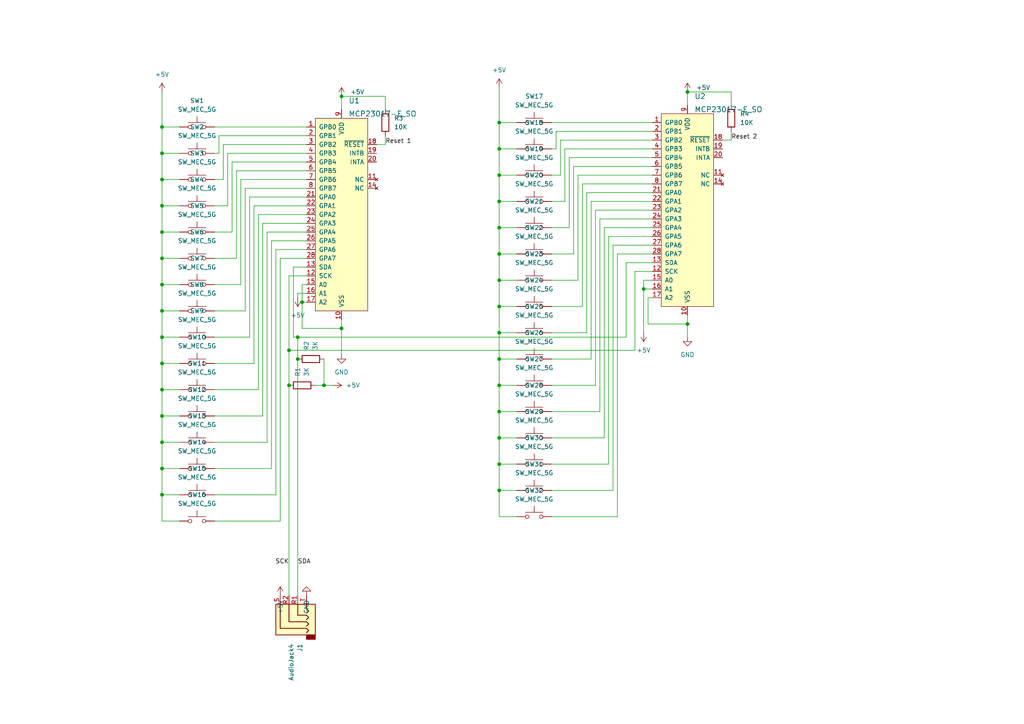
<source format=kicad_sch>
(kicad_sch (version 20211123) (generator eeschema)
  (paper "A4")
  (lib_symbols
    (symbol "Connector:AudioJack4"
      (property "Reference" "J" (at 0 8.89 0))
      (property "Value" "AudioJack4" (at 0 6.35 0))
      (symbol "AudioJack4_0_1"
        (rectangle (start -6.35 -5.08) (end -7.62 -7.62) (stroke (width 0.254)) (fill (type outline)))
        (polyline (pts (xy 0 -5.08) (xy 0.635 -5.715) (xy 1.27 -5.08) (xy 2.54 -5.08)) (stroke (width 0.254)))
        (polyline (pts (xy -5.715 -5.08) (xy -5.08 -5.715) (xy -4.445 -5.08) (xy -4.445 2.54) (xy 2.54 2.54)) (stroke (width 0.254)))
        (polyline (pts (xy -1.905 -5.08) (xy -1.27 -5.715) (xy -0.635 -5.08) (xy -0.635 -2.54) (xy 2.54 -2.54)) (stroke (width 0.254)))
        (polyline (pts (xy 2.54 0) (xy -2.54 0) (xy -2.54 -5.08) (xy -3.175 -5.715) (xy -3.81 -5.08)) (stroke (width 0.254)))
        (rectangle (start 2.54 3.81) (end -6.35 -7.62) (stroke (width 0.254)) (fill (type background)))
      )
      (symbol "AudioJack4_1_1"
        (pin passive line (at 5.08 -2.54 180) (length 2.54) (name "~") (number "R1"))
        (pin passive line (at 5.08 0 180) (length 2.54) (name "~") (number "R2"))
        (pin passive line (at 5.08 2.54 180) (length 2.54) (name "~") (number "S"))
        (pin passive line (at 5.08 -5.08 180) (length 2.54) (name "~") (number "T"))
      )
    )
    (symbol "Device:R" (pin_numbers hide) (pin_names (offset 0))
      (property "Reference" "R" (at 2.032 0 90))
      (property "Value" "R" (at 0 0 90))
      (symbol "R_0_1"
        (rectangle (start -1.016 -2.54) (end 1.016 2.54) (stroke (width 0.254)))
      )
      (symbol "R_1_1"
        (pin passive line (at 0 3.81 270) (length 1.27) (name "~") (number "1"))
        (pin passive line (at 0 -3.81 90) (length 1.27) (name "~") (number "2"))
      )
    )
    (symbol "Switch:SW_Push" (pin_numbers hide) (pin_names (offset 1.016) hide)
      (property "Reference" "SW" (at 1.27 2.54 0))
      (property "Value" "SW_Push" (at 0 -1.524 0))
      (symbol "SW_Push_0_1"
        (circle (center -2.032 0) (radius 0.508))
        (polyline (pts (xy 0 1.27) (xy 0 3.048)))
        (polyline (pts (xy 2.54 1.27) (xy -2.54 1.27)))
        (circle (center 2.032 0) (radius 0.508))
        (pin passive line (at -5.08 0 0) (length 2.54) (name "1") (number "1"))
        (pin passive line (at 5.08 0 180) (length 2.54) (name "2") (number "2"))
      )
    )
    (symbol "dk_Interface-I-O-Expanders:MCP23017-E_SO" (pin_names (offset 1.016))
      (property "Reference" "U" (at -2.54 19.05 0))
      (property "Value" "MCP23017-E_SO" (at 2.54 -27.94 90))
      (symbol "MCP23017-E_SO_0_1"
        (rectangle (start -5.08 17.78) (end 10.16 -38.1) (fill (type background)))
      )
      (symbol "MCP23017-E_SO_1_1"
        (pin bidirectional line (at -7.62 15.24 0) (length 2.54) (name "GPB0") (number "1"))
        (pin power_in line (at 2.54 -40.64 90) (length 2.54) (name "VSS") (number "10"))
        (pin no_connect line (at 12.7 0 180) (length 2.54) (name "NC") (number "11"))
        (pin input line (at -7.62 -27.94 0) (length 2.54) (name "SCK") (number "12"))
        (pin bidirectional line (at -7.62 -25.4 0) (length 2.54) (name "SDA") (number "13"))
        (pin no_connect line (at 12.7 -2.54 180) (length 2.54) (name "NC") (number "14"))
        (pin input line (at -7.62 -30.48 0) (length 2.54) (name "A0") (number "15"))
        (pin input line (at -7.62 -33.02 0) (length 2.54) (name "A1") (number "16"))
        (pin input line (at -7.62 -35.56 0) (length 2.54) (name "A2") (number "17"))
        (pin output line (at 12.7 10.16 180) (length 2.54) (name "~{RESET}") (number "18"))
        (pin output line (at 12.7 7.62 180) (length 2.54) (name "INTB") (number "19"))
        (pin bidirectional line (at -7.62 12.7 0) (length 2.54) (name "GPB1") (number "2"))
        (pin output line (at 12.7 5.08 180) (length 2.54) (name "INTA") (number "20"))
        (pin bidirectional line (at -7.62 -5.08 0) (length 2.54) (name "GPA0") (number "21"))
        (pin bidirectional line (at -7.62 -7.62 0) (length 2.54) (name "GPA1") (number "22"))
        (pin bidirectional line (at -7.62 -10.16 0) (length 2.54) (name "GPA2") (number "23"))
        (pin bidirectional line (at -7.62 -12.7 0) (length 2.54) (name "GPA3") (number "24"))
        (pin bidirectional line (at -7.62 -15.24 0) (length 2.54) (name "GPA4") (number "25"))
        (pin bidirectional line (at -7.62 -17.78 0) (length 2.54) (name "GPA5") (number "26"))
        (pin bidirectional line (at -7.62 -20.32 0) (length 2.54) (name "GPA6") (number "27"))
        (pin bidirectional line (at -7.62 -22.86 0) (length 2.54) (name "GPA7") (number "28"))
        (pin bidirectional line (at -7.62 10.16 0) (length 2.54) (name "GPB2") (number "3"))
        (pin bidirectional line (at -7.62 7.62 0) (length 2.54) (name "GPB3") (number "4"))
        (pin bidirectional line (at -7.62 5.08 0) (length 2.54) (name "GPB4") (number "5"))
        (pin bidirectional line (at -7.62 2.54 0) (length 2.54) (name "GPB5") (number "6"))
        (pin bidirectional line (at -7.62 0 0) (length 2.54) (name "GPB6") (number "7"))
        (pin bidirectional line (at -7.62 -2.54 0) (length 2.54) (name "GPB7") (number "8"))
        (pin power_in line (at 2.54 20.32 270) (length 2.54) (name "VDD") (number "9"))
      )
    )
    (symbol "power:+5V" (power) (pin_names (offset 0))
      (property "Value" "+5V" (at 0 3.556 0))
      (symbol "+5V_0_1"
        (polyline (pts (xy -0.762 1.27) (xy 0 2.54)))
        (polyline (pts (xy 0 0) (xy 0 2.54)))
        (polyline (pts (xy 0 2.54) (xy 0.762 1.27)))
      )
      (symbol "+5V_1_1"
        (pin power_in line (at 0 0 90) (length 0) hide (name "+5V") (number "1"))
      )
    )
    (symbol "power:GND" (power) (pin_names (offset 0))
      (property "Value" "GND" (at 0 -3.81 0))
      (symbol "GND_0_1"
        (polyline (pts (xy 0 0) (xy 0 -1.27) (xy 1.27 -1.27) (xy 0 -2.54) (xy -1.27 -1.27) (xy 0 -1.27)))
      )
      (symbol "GND_1_1"
        (pin power_in line (at 0 0 270) (length 0) hide (name "GND") (number "1"))
      )
    )
  )
  (junction (at 144.78 104.14))
  (junction (at 46.99 67.31))
  (junction (at 144.78 43.18))
  (junction (at 144.78 134.62))
  (junction (at 46.99 143.51))
  (junction (at 199.39 26.67))
  (junction (at 46.99 105.41))
  (junction (at 144.78 35.56))
  (junction (at 144.78 96.52))
  (junction (at 46.99 74.93))
  (junction (at 86.36 104.14))
  (junction (at 46.99 135.89))
  (junction (at 144.78 58.42))
  (junction (at 93.98 111.76))
  (junction (at 144.78 66.04))
  (junction (at 83.82 101.6))
  (junction (at 83.82 111.76))
  (junction (at 46.99 128.27))
  (junction (at 144.78 50.8))
  (junction (at 144.78 88.9))
  (junction (at 46.99 90.17))
  (junction (at 186.69 83.82))
  (junction (at 99.06 27.94))
  (junction (at 144.78 81.28))
  (junction (at 46.99 44.45))
  (junction (at 46.99 59.69))
  (junction (at 46.99 97.79))
  (junction (at 144.78 73.66))
  (junction (at 144.78 119.38))
  (junction (at 46.99 36.83))
  (junction (at 46.99 52.07))
  (junction (at 144.78 111.76))
  (junction (at 86.36 97.79))
  (junction (at 144.78 127))
  (junction (at 46.99 113.03))
  (junction (at 46.99 120.65))
  (junction (at 99.06 95.25))
  (junction (at 87.63 87.63))
  (junction (at 46.99 82.55))
  (junction (at 199.39 93.98))
  (junction (at 144.78 142.24))
  (wire (pts (xy 212.09 30.48) (xy 212.09 26.67)))
  (wire (pts (xy 77.47 67.31) (xy 88.9 67.31)))
  (wire (pts (xy 144.78 58.42) (xy 144.78 66.04)))
  (wire (pts (xy 163.83 43.18) (xy 189.23 43.18)))
  (wire (pts (xy 181.61 76.2) (xy 181.61 97.79)))
  (wire (pts (xy 69.85 52.07) (xy 69.85 82.55)))
  (wire (pts (xy 144.78 88.9) (xy 149.86 88.9)))
  (wire (pts (xy 46.99 67.31) (xy 46.99 74.93)))
  (wire (pts (xy 46.99 44.45) (xy 52.07 44.45)))
  (wire (pts (xy 68.58 74.93) (xy 68.58 49.53)))
  (wire (pts (xy 144.78 142.24) (xy 144.78 149.86)))
  (wire (pts (xy 46.99 44.45) (xy 46.99 52.07)))
  (wire (pts (xy 46.99 74.93) (xy 46.99 82.55)))
  (wire (pts (xy 144.78 134.62) (xy 149.86 134.62)))
  (wire (pts (xy 144.78 142.24) (xy 149.86 142.24)))
  (wire (pts (xy 144.78 58.42) (xy 149.86 58.42)))
  (wire (pts (xy 160.02 127) (xy 175.26 127)))
  (wire (pts (xy 46.99 105.41) (xy 52.07 105.41)))
  (wire (pts (xy 173.99 119.38) (xy 160.02 119.38)))
  (wire (pts (xy 62.23 143.51) (xy 80.01 143.51)))
  (wire (pts (xy 78.74 69.85) (xy 78.74 135.89)))
  (wire (pts (xy 171.45 104.14) (xy 171.45 58.42)))
  (wire (pts (xy 46.99 97.79) (xy 52.07 97.79)))
  (wire (pts (xy 144.78 81.28) (xy 144.78 88.9)))
  (wire (pts (xy 144.78 66.04) (xy 149.86 66.04)))
  (wire (pts (xy 172.72 60.96) (xy 189.23 60.96)))
  (wire (pts (xy 163.83 58.42) (xy 163.83 43.18)))
  (wire (pts (xy 46.99 36.83) (xy 52.07 36.83)))
  (wire (pts (xy 69.85 52.07) (xy 88.9 52.07)))
  (wire (pts (xy 165.1 66.04) (xy 160.02 66.04)))
  (wire (pts (xy 144.78 35.56) (xy 144.78 43.18)))
  (wire (pts (xy 160.02 111.76) (xy 172.72 111.76)))
  (wire (pts (xy 160.02 73.66) (xy 166.37 73.66)))
  (wire (pts (xy 46.99 128.27) (xy 52.07 128.27)))
  (wire (pts (xy 83.82 101.6) (xy 184.15 101.6)))
  (wire (pts (xy 85.09 97.79) (xy 85.09 77.47)))
  (wire (pts (xy 81.28 74.93) (xy 81.28 151.13)))
  (wire (pts (xy 189.23 63.5) (xy 173.99 63.5)))
  (wire (pts (xy 167.64 50.8) (xy 189.23 50.8)))
  (wire (pts (xy 74.93 113.03) (xy 74.93 62.23)))
  (wire (pts (xy 165.1 45.72) (xy 189.23 45.72)))
  (wire (pts (xy 62.23 36.83) (xy 88.9 36.83)))
  (wire (pts (xy 86.36 97.79) (xy 86.36 104.14)))
  (wire (pts (xy 93.98 104.14) (xy 93.98 111.76)))
  (wire (pts (xy 46.99 67.31) (xy 52.07 67.31)))
  (wire (pts (xy 160.02 104.14) (xy 171.45 104.14)))
  (wire (pts (xy 46.99 74.93) (xy 52.07 74.93)))
  (wire (pts (xy 176.53 68.58) (xy 176.53 134.62)))
  (wire (pts (xy 187.96 93.98) (xy 199.39 93.98)))
  (wire (pts (xy 189.23 73.66) (xy 179.07 73.66)))
  (wire (pts (xy 88.9 85.09) (xy 86.36 85.09)))
  (wire (pts (xy 160.02 142.24) (xy 177.8 142.24)))
  (wire (pts (xy 46.99 143.51) (xy 52.07 143.51)))
  (wire (pts (xy 171.45 58.42) (xy 189.23 58.42)))
  (wire (pts (xy 46.99 151.13) (xy 52.07 151.13)))
  (wire (pts (xy 99.06 27.94) (xy 99.06 31.75)))
  (wire (pts (xy 170.18 55.88) (xy 170.18 96.52)))
  (wire (pts (xy 46.99 26.67) (xy 46.99 36.83)))
  (wire (pts (xy 177.8 71.12) (xy 177.8 142.24)))
  (wire (pts (xy 144.78 25.4) (xy 144.78 35.56)))
  (wire (pts (xy 111.76 27.94) (xy 99.06 27.94)))
  (wire (pts (xy 144.78 119.38) (xy 149.86 119.38)))
  (wire (pts (xy 62.23 90.17) (xy 71.12 90.17)))
  (wire (pts (xy 46.99 90.17) (xy 52.07 90.17)))
  (wire (pts (xy 93.98 111.76) (xy 96.52 111.76)))
  (wire (pts (xy 46.99 52.07) (xy 46.99 59.69)))
  (wire (pts (xy 144.78 127) (xy 144.78 134.62)))
  (wire (pts (xy 46.99 135.89) (xy 52.07 135.89)))
  (wire (pts (xy 76.2 120.65) (xy 62.23 120.65)))
  (wire (pts (xy 66.04 59.69) (xy 66.04 44.45)))
  (wire (pts (xy 83.82 111.76) (xy 83.82 172.72)))
  (wire (pts (xy 62.23 44.45) (xy 63.5 44.45)))
  (wire (pts (xy 199.39 91.44) (xy 199.39 93.98)))
  (wire (pts (xy 88.9 64.77) (xy 76.2 64.77)))
  (wire (pts (xy 170.18 55.88) (xy 189.23 55.88)))
  (wire (pts (xy 181.61 97.79) (xy 86.36 97.79)))
  (wire (pts (xy 177.8 71.12) (xy 189.23 71.12)))
  (wire (pts (xy 46.99 128.27) (xy 46.99 135.89)))
  (wire (pts (xy 46.99 59.69) (xy 46.99 67.31)))
  (wire (pts (xy 87.63 87.63) (xy 88.9 87.63)))
  (wire (pts (xy 46.99 120.65) (xy 46.99 128.27)))
  (wire (pts (xy 52.07 82.55) (xy 46.99 82.55)))
  (wire (pts (xy 62.23 128.27) (xy 77.47 128.27)))
  (wire (pts (xy 72.39 97.79) (xy 62.23 97.79)))
  (wire (pts (xy 144.78 104.14) (xy 144.78 111.76)))
  (wire (pts (xy 144.78 111.76) (xy 144.78 119.38)))
  (wire (pts (xy 46.99 135.89) (xy 46.99 143.51)))
  (wire (pts (xy 46.99 36.83) (xy 46.99 44.45)))
  (wire (pts (xy 80.01 72.39) (xy 88.9 72.39)))
  (wire (pts (xy 144.78 88.9) (xy 144.78 96.52)))
  (wire (pts (xy 63.5 39.37) (xy 88.9 39.37)))
  (wire (pts (xy 68.58 49.53) (xy 88.9 49.53)))
  (wire (pts (xy 144.78 149.86) (xy 149.86 149.86)))
  (wire (pts (xy 186.69 83.82) (xy 189.23 83.82)))
  (wire (pts (xy 170.18 96.52) (xy 160.02 96.52)))
  (wire (pts (xy 46.99 143.51) (xy 46.99 151.13)))
  (wire (pts (xy 46.99 113.03) (xy 52.07 113.03)))
  (wire (pts (xy 46.99 97.79) (xy 46.99 105.41)))
  (wire (pts (xy 111.76 39.37) (xy 111.76 41.91)))
  (wire (pts (xy 69.85 82.55) (xy 62.23 82.55)))
  (wire (pts (xy 91.44 111.76) (xy 93.98 111.76)))
  (wire (pts (xy 87.63 87.63) (xy 87.63 95.25)))
  (wire (pts (xy 81.28 151.13) (xy 62.23 151.13)))
  (wire (pts (xy 144.78 127) (xy 149.86 127)))
  (wire (pts (xy 78.74 135.89) (xy 62.23 135.89)))
  (wire (pts (xy 160.02 149.86) (xy 179.07 149.86)))
  (wire (pts (xy 144.78 104.14) (xy 149.86 104.14)))
  (wire (pts (xy 76.2 64.77) (xy 76.2 120.65)))
  (wire (pts (xy 184.15 101.6) (xy 184.15 78.74)))
  (wire (pts (xy 186.69 81.28) (xy 186.69 83.82)))
  (wire (pts (xy 149.86 81.28) (xy 144.78 81.28)))
  (wire (pts (xy 189.23 76.2) (xy 181.61 76.2)))
  (wire (pts (xy 168.91 88.9) (xy 168.91 53.34)))
  (wire (pts (xy 166.37 48.26) (xy 189.23 48.26)))
  (wire (pts (xy 83.82 101.6) (xy 83.82 111.76)))
  (wire (pts (xy 199.39 93.98) (xy 199.39 97.79)))
  (wire (pts (xy 46.99 120.65) (xy 52.07 120.65)))
  (wire (pts (xy 72.39 57.15) (xy 88.9 57.15)))
  (wire (pts (xy 46.99 59.69) (xy 52.07 59.69)))
  (wire (pts (xy 161.29 38.1) (xy 189.23 38.1)))
  (wire (pts (xy 88.9 82.55) (xy 87.63 82.55)))
  (wire (pts (xy 86.36 85.09) (xy 86.36 86.36)))
  (wire (pts (xy 46.99 113.03) (xy 46.99 120.65)))
  (wire (pts (xy 67.31 67.31) (xy 62.23 67.31)))
  (wire (pts (xy 209.55 40.64) (xy 212.09 40.64)))
  (wire (pts (xy 186.69 83.82) (xy 186.69 96.52)))
  (wire (pts (xy 160.02 43.18) (xy 161.29 43.18)))
  (wire (pts (xy 144.78 119.38) (xy 144.78 127)))
  (wire (pts (xy 187.96 86.36) (xy 187.96 93.98)))
  (wire (pts (xy 160.02 88.9) (xy 168.91 88.9)))
  (wire (pts (xy 62.23 74.93) (xy 68.58 74.93)))
  (wire (pts (xy 62.23 113.03) (xy 74.93 113.03)))
  (wire (pts (xy 87.63 95.25) (xy 99.06 95.25)))
  (wire (pts (xy 189.23 68.58) (xy 176.53 68.58)))
  (wire (pts (xy 87.63 82.55) (xy 87.63 87.63)))
  (wire (pts (xy 165.1 45.72) (xy 165.1 66.04)))
  (wire (pts (xy 64.77 41.91) (xy 88.9 41.91)))
  (wire (pts (xy 189.23 81.28) (xy 186.69 81.28)))
  (wire (pts (xy 175.26 66.04) (xy 189.23 66.04)))
  (wire (pts (xy 85.09 97.79) (xy 86.36 97.79)))
  (wire (pts (xy 88.9 74.93) (xy 81.28 74.93)))
  (wire (pts (xy 199.39 26.67) (xy 199.39 30.48)))
  (wire (pts (xy 189.23 86.36) (xy 187.96 86.36)))
  (wire (pts (xy 77.47 128.27) (xy 77.47 67.31)))
  (wire (pts (xy 167.64 50.8) (xy 167.64 81.28)))
  (wire (pts (xy 64.77 41.91) (xy 64.77 52.07)))
  (wire (pts (xy 144.78 111.76) (xy 149.86 111.76)))
  (wire (pts (xy 172.72 111.76) (xy 172.72 60.96)))
  (wire (pts (xy 83.82 80.01) (xy 88.9 80.01)))
  (wire (pts (xy 212.09 26.67) (xy 199.39 26.67)))
  (wire (pts (xy 67.31 46.99) (xy 88.9 46.99)))
  (wire (pts (xy 175.26 127) (xy 175.26 66.04)))
  (wire (pts (xy 71.12 54.61) (xy 88.9 54.61)))
  (wire (pts (xy 46.99 52.07) (xy 52.07 52.07)))
  (wire (pts (xy 168.91 53.34) (xy 189.23 53.34)))
  (wire (pts (xy 80.01 72.39) (xy 80.01 143.51)))
  (wire (pts (xy 144.78 43.18) (xy 144.78 50.8)))
  (wire (pts (xy 72.39 57.15) (xy 72.39 97.79)))
  (wire (pts (xy 189.23 78.74) (xy 184.15 78.74)))
  (wire (pts (xy 46.99 90.17) (xy 46.99 97.79)))
  (wire (pts (xy 144.78 73.66) (xy 144.78 81.28)))
  (wire (pts (xy 162.56 40.64) (xy 162.56 50.8)))
  (wire (pts (xy 62.23 105.41) (xy 73.66 105.41)))
  (wire (pts (xy 46.99 82.55) (xy 46.99 90.17)))
  (wire (pts (xy 66.04 44.45) (xy 88.9 44.45)))
  (wire (pts (xy 111.76 31.75) (xy 111.76 27.94)))
  (wire (pts (xy 144.78 50.8) (xy 144.78 58.42)))
  (wire (pts (xy 161.29 43.18) (xy 161.29 38.1)))
  (wire (pts (xy 62.23 59.69) (xy 66.04 59.69)))
  (wire (pts (xy 144.78 73.66) (xy 149.86 73.66)))
  (wire (pts (xy 99.06 95.25) (xy 99.06 102.87)))
  (wire (pts (xy 167.64 81.28) (xy 160.02 81.28)))
  (wire (pts (xy 88.9 69.85) (xy 78.74 69.85)))
  (wire (pts (xy 144.78 43.18) (xy 149.86 43.18)))
  (wire (pts (xy 173.99 63.5) (xy 173.99 119.38)))
  (wire (pts (xy 85.09 77.47) (xy 88.9 77.47)))
  (wire (pts (xy 46.99 105.41) (xy 46.99 113.03)))
  (wire (pts (xy 83.82 80.01) (xy 83.82 101.6)))
  (wire (pts (xy 160.02 58.42) (xy 163.83 58.42)))
  (wire (pts (xy 162.56 50.8) (xy 160.02 50.8)))
  (wire (pts (xy 86.36 104.14) (xy 86.36 172.72)))
  (wire (pts (xy 162.56 40.64) (xy 189.23 40.64)))
  (wire (pts (xy 166.37 73.66) (xy 166.37 48.26)))
  (wire (pts (xy 212.09 40.64) (xy 212.09 38.1)))
  (wire (pts (xy 71.12 90.17) (xy 71.12 54.61)))
  (wire (pts (xy 144.78 35.56) (xy 149.86 35.56)))
  (wire (pts (xy 144.78 66.04) (xy 144.78 73.66)))
  (wire (pts (xy 176.53 134.62) (xy 160.02 134.62)))
  (wire (pts (xy 179.07 73.66) (xy 179.07 149.86)))
  (wire (pts (xy 144.78 96.52) (xy 144.78 104.14)))
  (wire (pts (xy 144.78 96.52) (xy 149.86 96.52)))
  (wire (pts (xy 144.78 134.62) (xy 144.78 142.24)))
  (wire (pts (xy 160.02 35.56) (xy 189.23 35.56)))
  (wire (pts (xy 99.06 92.71) (xy 99.06 95.25)))
  (wire (pts (xy 144.78 50.8) (xy 149.86 50.8)))
  (wire (pts (xy 73.66 59.69) (xy 88.9 59.69)))
  (wire (pts (xy 74.93 62.23) (xy 88.9 62.23)))
  (wire (pts (xy 73.66 105.41) (xy 73.66 59.69)))
  (wire (pts (xy 64.77 52.07) (xy 62.23 52.07)))
  (wire (pts (xy 111.76 41.91) (xy 109.22 41.91)))
  (wire (pts (xy 67.31 46.99) (xy 67.31 67.31)))
  (wire (pts (xy 63.5 44.45) (xy 63.5 39.37)))
  (label "SCK" (at 83.82 163.83 180))
  (label "Reset 1" (at 111.76 41.91 0))
  (label "Reset 2" (at 212.09 40.64 0))
  (label "SDA" (at 86.36 163.83 0))
  (symbol (lib_id "Switch:SW_Push") (at 154.94 43.18 0) (unit 1)
    (property "Reference" "SW18" (at 154.94 35.56 0))
    (property "Value" "SW_MEC_5G" (at 154.94 38.1 0))
    (property "Footprint" "Switch_Keyboard_Kailh:SW_Kailh_Choc_V1V2_1.00u" (effects hide))
  )
  (symbol (lib_id "Switch:SW_Push") (at 154.94 142.24 0) (unit 1)
    (property "Reference" "SW31" (at 154.94 134.62 0))
    (property "Value" "SW_MEC_5G" (at 154.94 137.16 0))
    (property "Footprint" "Switch_Keyboard_Kailh:SW_Kailh_Choc_V1V2_1.00u" (effects hide))
  )
  (symbol (lib_id "Device:R") (at 87.63 111.76 90) (unit 1)
    (property "Reference" "R1" (at 86.3599 109.22 0) (effects (justify left)))
    (property "Value" "3K" (at 88.8999 109.22 0) (effects (justify left)))
    (property "Footprint" "Resistor_SMD:R_0603_1608Metric_Pad0.98x0.95mm_HandSolder" (effects hide))
  )
  (symbol (lib_id "power:+5V") (at 99.06 27.94 0) (unit 1)
    (property "Reference" "#PWR06" (effects hide))
    (property "Value" "+5V" (at 101.6 26.6699 0) (effects (justify left)))
  )
  (symbol (lib_id "Switch:SW_Push") (at 57.15 36.83 0) (unit 1)
    (property "Reference" "SW1" (at 57.15 29.21 0))
    (property "Value" "SW_MEC_5G" (at 57.15 31.75 0))
    (property "Footprint" "Switch_Keyboard_Kailh:SW_Kailh_Choc_V1V2_1.00u" (effects hide))
  )
  (symbol (lib_id "Switch:SW_Push") (at 57.15 113.03 0) (unit 1)
    (property "Reference" "SW11" (at 57.15 105.41 0))
    (property "Value" "SW_MEC_5G" (at 57.15 107.95 0))
    (property "Footprint" "Switch_Keyboard_Kailh:SW_Kailh_Choc_V1V2_1.00u" (effects hide))
  )
  (symbol (lib_id "Switch:SW_Push") (at 154.94 88.9 0) (unit 1)
    (property "Reference" "SW24" (at 154.94 81.28 0))
    (property "Value" "SW_MEC_5G" (at 154.94 83.82 0))
    (property "Footprint" "Switch_Keyboard_Kailh:SW_Kailh_Choc_V1V2_1.00u" (effects hide))
  )
  (symbol (lib_id "Switch:SW_Push") (at 154.94 81.28 0) (unit 1)
    (property "Reference" "SW23" (at 154.94 73.66 0))
    (property "Value" "SW_MEC_5G" (at 154.94 76.2 0))
    (property "Footprint" "Switch_Keyboard_Kailh:SW_Kailh_Choc_V1V2_1.00u" (effects hide))
  )
  (symbol (lib_id "Switch:SW_Push") (at 154.94 35.56 0) (unit 1)
    (property "Reference" "SW17" (at 154.94 27.94 0))
    (property "Value" "SW_MEC_5G" (at 154.94 30.48 0))
    (property "Footprint" "Switch_Keyboard_Kailh:SW_Kailh_Choc_V1V2_1.00u" (effects hide))
  )
  (symbol (lib_id "Switch:SW_Push") (at 154.94 134.62 0) (unit 1)
    (property "Reference" "SW30" (at 154.94 127 0))
    (property "Value" "SW_MEC_5G" (at 154.94 129.54 0))
    (property "Footprint" "Switch_Keyboard_Kailh:SW_Kailh_Choc_V1V2_1.50u" (effects hide))
  )
  (symbol (lib_id "Switch:SW_Push") (at 57.15 135.89 0) (unit 1)
    (property "Reference" "SW14" (at 57.15 128.27 0))
    (property "Value" "SW_MEC_5G" (at 57.15 130.81 0))
    (property "Footprint" "Switch_Keyboard_Kailh:SW_Kailh_Choc_V1V2_1.00u" (effects hide))
  )
  (symbol (lib_id "Switch:SW_Push") (at 154.94 104.14 0) (unit 1)
    (property "Reference" "SW26" (at 154.94 96.52 0))
    (property "Value" "SW_MEC_5G" (at 154.94 99.06 0))
    (property "Footprint" "Switch_Keyboard_Kailh:SW_Kailh_Choc_V1V2_1.00u" (effects hide))
  )
  (symbol (lib_id "Switch:SW_Push") (at 154.94 119.38 0) (unit 1)
    (property "Reference" "SW28" (at 154.94 111.76 0))
    (property "Value" "SW_MEC_5G" (at 154.94 114.3 0))
    (property "Footprint" "Switch_Keyboard_Kailh:SW_Kailh_Choc_V1V2_1.00u" (effects hide))
  )
  (symbol (lib_id "Switch:SW_Push") (at 57.15 90.17 0) (unit 1)
    (property "Reference" "SW8" (at 57.15 82.55 0))
    (property "Value" "SW_MEC_5G" (at 57.15 85.09 0))
    (property "Footprint" "Switch_Keyboard_Kailh:SW_Kailh_Choc_V1V2_1.00u" (effects hide))
  )
  (symbol (lib_id "Switch:SW_Push") (at 154.94 58.42 0) (unit 1)
    (property "Reference" "SW20" (at 154.94 50.8 0))
    (property "Value" "SW_MEC_5G" (at 154.94 53.34 0))
    (property "Footprint" "Switch_Keyboard_Kailh:SW_Kailh_Choc_V1V2_1.00u" (effects hide))
  )
  (symbol (lib_id "power:+5V") (at 144.78 25.4 0) (unit 1)
    (property "Reference" "#PWR010" (effects hide))
    (property "Value" "+5V" (at 144.78 20.32 0))
  )
  (symbol (lib_id "power:GND") (at 199.39 97.79 0) (unit 1)
    (property "Reference" "#PWR013" (effects hide))
    (property "Value" "GND" (at 199.39 102.87 0))
  )
  (symbol (lib_id "Switch:SW_Push") (at 57.15 52.07 0) (unit 1)
    (property "Reference" "SW3" (at 57.15 44.45 0))
    (property "Value" "SW_MEC_5G" (at 57.15 46.99 0))
    (property "Footprint" "Switch_Keyboard_Kailh:SW_Kailh_Choc_V1V2_1.00u" (effects hide))
  )
  (symbol (lib_id "power:+5V") (at 81.28 172.72 0) (unit 1)
    (property "Reference" "#PWR02" (effects hide))
    (property "Value" "+5V" (at 81.2801 173.99 90) (effects (justify right)))
  )
  (symbol (lib_id "Switch:SW_Push") (at 154.94 73.66 0) (unit 1)
    (property "Reference" "SW22" (at 154.94 66.04 0))
    (property "Value" "SW_MEC_5G" (at 154.94 68.58 0))
    (property "Footprint" "Switch_Keyboard_Kailh:SW_Kailh_Choc_V1V2_1.00u" (effects hide))
  )
  (symbol (lib_id "Switch:SW_Push") (at 57.15 143.51 0) (unit 1)
    (property "Reference" "SW15" (at 57.15 135.89 0))
    (property "Value" "SW_MEC_5G" (at 57.15 138.43 0))
    (property "Footprint" "Switch_Keyboard_Kailh:SW_Kailh_Choc_V1V2_1.00u" (effects hide))
  )
  (symbol (lib_id "power:+5V") (at 199.39 26.67 0) (unit 1)
    (property "Reference" "#PWR012" (effects hide))
    (property "Value" "+5V" (at 201.93 25.3999 0) (effects (justify left)))
  )
  (symbol (lib_id "power:GND") (at 99.06 102.87 0) (unit 1)
    (property "Reference" "#PWR07" (effects hide))
    (property "Value" "GND" (at 99.06 107.95 0))
  )
  (symbol (lib_id "Switch:SW_Push") (at 57.15 120.65 0) (unit 1)
    (property "Reference" "SW12" (at 57.15 113.03 0))
    (property "Value" "SW_MEC_5G" (at 57.15 115.57 0))
    (property "Footprint" "Switch_Keyboard_Kailh:SW_Kailh_Choc_V1V2_1.00u" (effects hide))
  )
  (symbol (lib_id "Switch:SW_Push") (at 57.15 128.27 0) (unit 1)
    (property "Reference" "SW13" (at 57.15 120.65 0))
    (property "Value" "SW_MEC_5G" (at 57.15 123.19 0))
    (property "Footprint" "Switch_Keyboard_Kailh:SW_Kailh_Choc_V1V2_1.00u" (effects hide))
  )
  (symbol (lib_id "Device:R") (at 212.09 34.29 180) (unit 1)
    (property "Reference" "R4" (at 214.63 33.0199 0) (effects (justify right)))
    (property "Value" "10K" (at 214.63 35.5599 0) (effects (justify right)))
    (property "Footprint" "Resistor_SMD:R_0603_1608Metric_Pad0.98x0.95mm_HandSolder" (effects hide))
  )
  (symbol (lib_id "power:GND") (at 88.9 172.72 180) (unit 1)
    (property "Reference" "#PWR04" (effects hide))
    (property "Value" "GND" (at 88.9001 173.99 90) (effects (justify left)))
  )
  (symbol (lib_id "Switch:SW_Push") (at 154.94 50.8 0) (unit 1)
    (property "Reference" "SW19" (at 154.94 43.18 0))
    (property "Value" "SW_MEC_5G" (at 154.94 45.72 0))
    (property "Footprint" "Switch_Keyboard_Kailh:SW_Kailh_Choc_V1V2_1.00u" (effects hide))
  )
  (symbol (lib_id "Switch:SW_Push") (at 57.15 151.13 0) (unit 1)
    (property "Reference" "SW16" (at 57.15 143.51 0))
    (property "Value" "SW_MEC_5G" (at 57.15 146.05 0))
    (property "Footprint" "Switch_Keyboard_Kailh:SW_Kailh_Choc_V1V2_1.00u" (effects hide))
  )
  (symbol (lib_id "Device:R") (at 111.76 35.56 180) (unit 1)
    (property "Reference" "R3" (at 114.3 34.2899 0) (effects (justify right)))
    (property "Value" "10K" (at 114.3 36.8299 0) (effects (justify right)))
    (property "Footprint" "Resistor_SMD:R_0603_1608Metric_Pad0.98x0.95mm_HandSolder" (effects hide))
  )
  (symbol (lib_id "Device:R") (at 90.17 104.14 90) (unit 1)
    (property "Reference" "R2" (at 88.8999 101.6 0) (effects (justify left)))
    (property "Value" "3K" (at 91.4399 101.6 0) (effects (justify left)))
    (property "Footprint" "Resistor_SMD:R_0603_1608Metric_Pad0.98x0.95mm_HandSolder" (effects hide))
  )
  (symbol (lib_id "Switch:SW_Push") (at 57.15 97.79 0) (unit 1)
    (property "Reference" "SW9" (at 57.15 90.17 0))
    (property "Value" "SW_MEC_5G" (at 57.15 92.71 0))
    (property "Footprint" "Switch_Keyboard_Kailh:SW_Kailh_Choc_V1V2_1.00u" (effects hide))
  )
  (symbol (lib_id "Switch:SW_Push") (at 154.94 111.76 0) (unit 1)
    (property "Reference" "SW27" (at 154.94 104.14 0))
    (property "Value" "SW_MEC_5G" (at 154.94 106.68 0))
    (property "Footprint" "Switch_Keyboard_Kailh:SW_Kailh_Choc_V1V2_1.00u" (effects hide))
  )
  (symbol (lib_id "Switch:SW_Push") (at 57.15 74.93 0) (unit 1)
    (property "Reference" "SW6" (at 57.15 67.31 0))
    (property "Value" "SW_MEC_5G" (at 57.15 69.85 0))
    (property "Footprint" "Switch_Keyboard_Kailh:SW_Kailh_Choc_V1V2_1.00u" (effects hide))
  )
  (symbol (lib_id "Switch:SW_Push") (at 57.15 44.45 0) (unit 1)
    (property "Reference" "SW2" (at 57.15 36.83 0))
    (property "Value" "SW_MEC_5G" (at 57.15 39.37 0))
    (property "Footprint" "Switch_Keyboard_Kailh:SW_Kailh_Choc_V1V2_1.00u" (effects hide))
  )
  (symbol (lib_id "power:+5V") (at 186.69 96.52 180) (unit 1)
    (property "Reference" "#PWR011" (effects hide))
    (property "Value" "+5V" (at 186.69 101.6 0))
  )
  (symbol (lib_id "Switch:SW_Push") (at 154.94 66.04 0) (unit 1)
    (property "Reference" "SW21" (at 154.94 58.42 0))
    (property "Value" "SW_MEC_5G" (at 154.94 60.96 0))
    (property "Footprint" "Switch_Keyboard_Kailh:SW_Kailh_Choc_V1V2_1.00u" (effects hide))
  )
  (symbol (lib_id "dk_Interface-I-O-Expanders:MCP23017-E_SO") (at 96.52 52.07 0) (unit 1)
    (property "Reference" "U1" (at 101.0794 29.21 0) (effects (font (size 1.524 1.524)) (justify left)))
    (property "Value" "MCP23017-E_SO" (at 101.0794 33.02 0) (effects (font (size 1.524 1.524)) (justify left)))
    (property "Footprint" "digikey-footprints:SOIC-28_W7.5mm" (effects hide))
    (property "Datasheet" "http://www.microchip.com/mymicrochip/filehandler.aspx?ddocname=en023709" (effects hide))
    (property "Digi-Key_PN" "MCP23017-E/SO-ND" (effects hide))
    (property "MPN" "MCP23017-E/SO" (effects hide))
    (property "Category" "Integrated Circuits (ICs)" (effects hide))
    (property "Family" "Interface - I/O Expanders" (effects hide))
    (property "DK_Datasheet_Link" "http://www.microchip.com/mymicrochip/filehandler.aspx?ddocname=en023709" (effects hide))
    (property "DK_Detail_Page" "/product-detail/en/microchip-technology/MCP23017-E-SO/MCP23017-E-SO-ND/894271" (effects hide))
    (property "Description" "IC I/O EXPANDER I2C 16B 28SOIC" (effects hide))
    (property "Manufacturer" "Microchip Technology" (effects hide))
    (property "Status" "Active" (effects hide))
  )
  (symbol (lib_id "Switch:SW_Push") (at 154.94 149.86 0) (unit 1)
    (property "Reference" "SW32" (at 154.94 142.24 0))
    (property "Value" "SW_MEC_5G" (at 154.94 144.78 0))
    (property "Footprint" "Switch_Keyboard_Kailh:SW_Kailh_Choc_V1V2_1.50u_90deg" (effects hide))
  )
  (symbol (lib_id "dk_Interface-I-O-Expanders:MCP23017-E_SO") (at 196.85 50.8 0) (unit 1)
    (property "Reference" "U2" (at 201.4094 27.94 0) (effects (font (size 1.524 1.524)) (justify left)))
    (property "Value" "MCP23017-E_SO" (at 201.4094 31.75 0) (effects (font (size 1.524 1.524)) (justify left)))
    (property "Footprint" "digikey-footprints:SOIC-28_W7.5mm" (effects hide))
    (property "Datasheet" "http://www.microchip.com/mymicrochip/filehandler.aspx?ddocname=en023709" (effects hide))
    (property "Digi-Key_PN" "MCP23017-E/SO-ND" (effects hide))
    (property "MPN" "MCP23017-E/SO" (effects hide))
    (property "Category" "Integrated Circuits (ICs)" (effects hide))
    (property "Family" "Interface - I/O Expanders" (effects hide))
    (property "DK_Datasheet_Link" "http://www.microchip.com/mymicrochip/filehandler.aspx?ddocname=en023709" (effects hide))
    (property "DK_Detail_Page" "/product-detail/en/microchip-technology/MCP23017-E-SO/MCP23017-E-SO-ND/894271" (effects hide))
    (property "Description" "IC I/O EXPANDER I2C 16B 28SOIC" (effects hide))
    (property "Manufacturer" "Microchip Technology" (effects hide))
    (property "Status" "Active" (effects hide))
  )
  (symbol (lib_id "Switch:SW_Push") (at 154.94 127 0) (unit 1)
    (property "Reference" "SW29" (at 154.94 119.38 0))
    (property "Value" "SW_MEC_5G" (at 154.94 121.92 0))
    (property "Footprint" "Switch_Keyboard_Kailh:SW_Kailh_Choc_V1V2_1.50u_90deg" (effects hide))
  )
  (symbol (lib_id "power:+5V") (at 46.99 26.67 0) (unit 1)
    (property "Reference" "#PWR01" (effects hide))
    (property "Value" "+5V" (at 46.99 21.59 0))
  )
  (symbol (lib_id "Switch:SW_Push") (at 154.94 96.52 0) (unit 1)
    (property "Reference" "SW25" (at 154.94 88.9 0))
    (property "Value" "SW_MEC_5G" (at 154.94 91.44 0))
    (property "Footprint" "Switch_Keyboard_Kailh:SW_Kailh_Choc_V1V2_1.00u" (effects hide))
  )
  (symbol (lib_id "power:+5V") (at 86.36 86.36 180) (unit 1)
    (property "Reference" "#PWR03" (effects hide))
    (property "Value" "+5V" (at 86.36 91.44 0))
  )
  (symbol (lib_id "power:+5V") (at 96.52 111.76 270) (unit 1)
    (property "Reference" "#PWR05" (effects hide))
    (property "Value" "+5V" (at 100.33 111.7599 90) (effects (justify left)))
  )
  (symbol (lib_id "Switch:SW_Push") (at 57.15 59.69 0) (unit 1)
    (property "Reference" "SW4" (at 57.15 52.07 0))
    (property "Value" "SW_MEC_5G" (at 57.15 54.61 0))
    (property "Footprint" "Switch_Keyboard_Kailh:SW_Kailh_Choc_V1V2_1.00u" (effects hide))
  )
  (symbol (lib_id "Connector:AudioJack4") (at 83.82 177.8 90) (unit 1)
    (property "Reference" "J1" (at 86.9951 186.69 0) (effects (justify right)))
    (property "Value" "AudioJack4" (at 84.4551 186.69 0) (effects (justify right)))
    (property "Footprint" "Connector_Audio:Jack_3.5mm_PJ320D_Horizontal" (effects hide))
  )
  (symbol (lib_id "Switch:SW_Push") (at 57.15 105.41 0) (unit 1)
    (property "Reference" "SW10" (at 57.15 97.79 0))
    (property "Value" "SW_MEC_5G" (at 57.15 100.33 0))
    (property "Footprint" "Switch_Keyboard_Kailh:SW_Kailh_Choc_V1V2_1.00u" (effects hide))
  )
  (symbol (lib_id "Switch:SW_Push") (at 57.15 82.55 0) (unit 1)
    (property "Reference" "SW7" (at 57.15 74.93 0))
    (property "Value" "SW_MEC_5G" (at 57.15 77.47 0))
    (property "Footprint" "Switch_Keyboard_Kailh:SW_Kailh_Choc_V1V2_1.00u" (effects hide))
  )
  (symbol (lib_id "Switch:SW_Push") (at 57.15 67.31 0) (unit 1)
    (property "Reference" "SW5" (at 57.15 59.69 0))
    (property "Value" "SW_MEC_5G" (at 57.15 62.23 0))
    (property "Footprint" "Switch_Keyboard_Kailh:SW_Kailh_Choc_V1V2_1.00u" (effects hide))
  )
)
</source>
